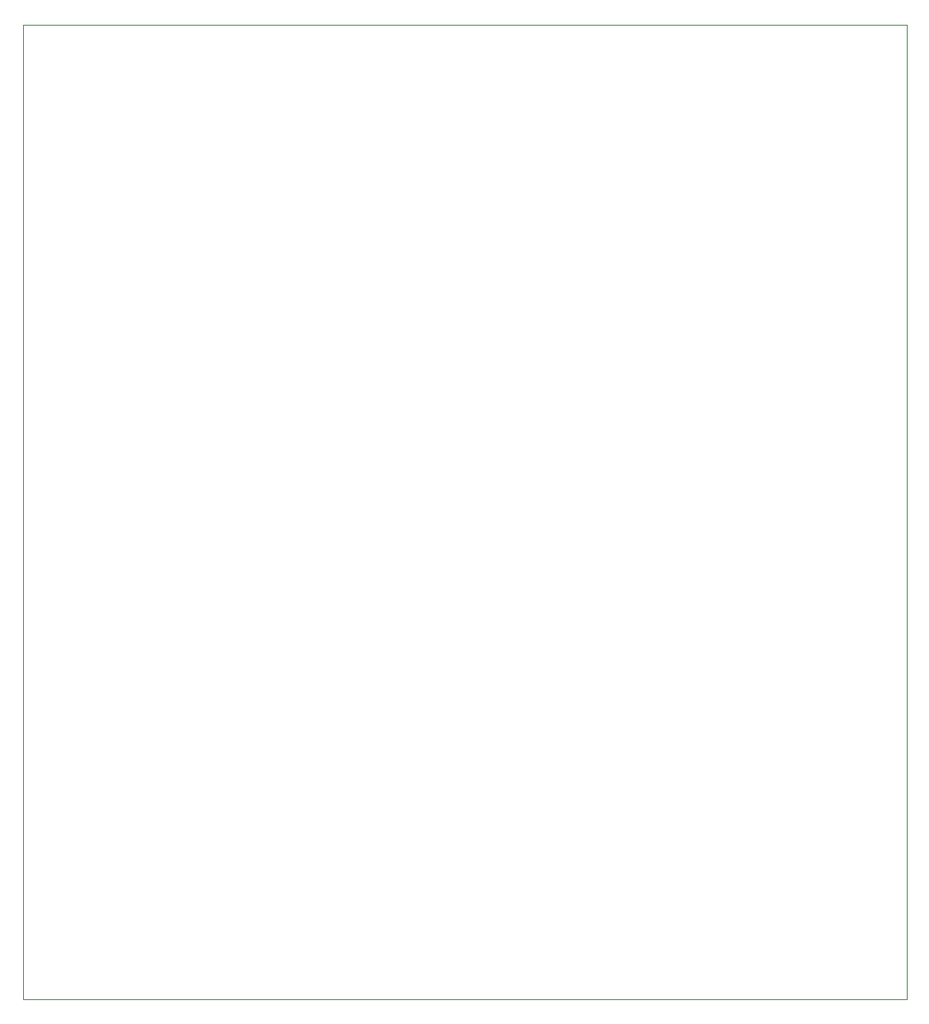
<source format=gm1>
G04 #@! TF.GenerationSoftware,KiCad,Pcbnew,(5.1.5)-3*
G04 #@! TF.CreationDate,2020-03-23T11:19:51-04:00*
G04 #@! TF.ProjectId,RedLegs_pwrbrd,5265644c-6567-4735-9f70-77726272642e,rev?*
G04 #@! TF.SameCoordinates,Original*
G04 #@! TF.FileFunction,Profile,NP*
%FSLAX46Y46*%
G04 Gerber Fmt 4.6, Leading zero omitted, Abs format (unit mm)*
G04 Created by KiCad (PCBNEW (5.1.5)-3) date 2020-03-23 11:19:51*
%MOMM*%
%LPD*%
G04 APERTURE LIST*
%ADD10C,0.100000*%
G04 APERTURE END LIST*
D10*
X198120000Y-53340000D02*
X198120000Y-149860000D01*
X110490000Y-53340000D02*
X198120000Y-53340000D01*
X110490000Y-149860000D02*
X110490000Y-53340000D01*
X198120000Y-149860000D02*
X110490000Y-149860000D01*
M02*

</source>
